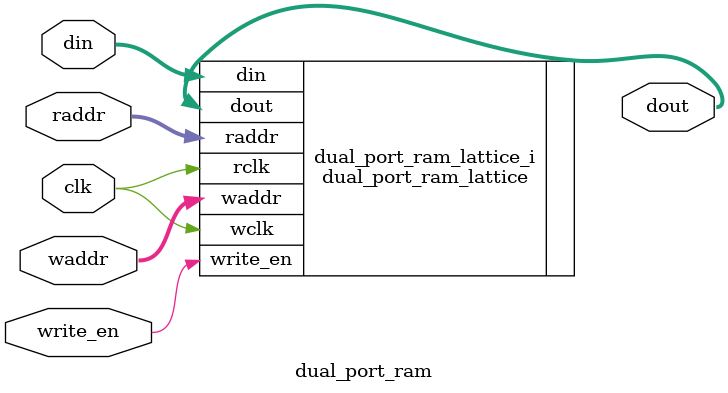
<source format=v>

/*
###############################################################################
# Copyright (c) 2018, PulseRain Technology LLC 
#
# Licensed under the Apache License, Version 2.0 (the "License");
# you may not use this file except in compliance with the License.
# You may obtain a copy of the License at
#
#     http://www.apache.org/licenses/LICENSE-2.0
#
# Unless required by applicable law or agreed to in writing, software
# distributed under the License is distributed on an "AS IS" BASIS,
# WITHOUT WARRANTIES OR CONDITIONS OF ANY KIND, either express or implied.
# See the License for the specific language governing permissions and
# limitations under the License.
#
###############################################################################
*/

`default_nettype none

module dual_port_ram #(parameter ADDR_WIDTH = 32, DATA_WIDTH = 32) (
          input wire [ADDR_WIDTH - 1 : 0]       waddr, 
          input wire [ADDR_WIDTH - 1 : 0]       raddr,
          
          input wire [DATA_WIDTH - 1 : 0]       din,
          input wire                            write_en, 
          input wire                            clk, 
          output wire [DATA_WIDTH - 1 : 0]      dout
);


    dual_port_ram_lattice #(.ADDR_WIDTH (ADDR_WIDTH), .DATA_WIDTH (DATA_WIDTH)) dual_port_ram_lattice_i (
            .waddr (waddr),
            .raddr (raddr),
            
            .din (din),
            .write_en (write_en),
            
            .wclk (clk),
            .rclk (clk),
            .dout (dout) );
            
endmodule

`default_nettype wire

</source>
